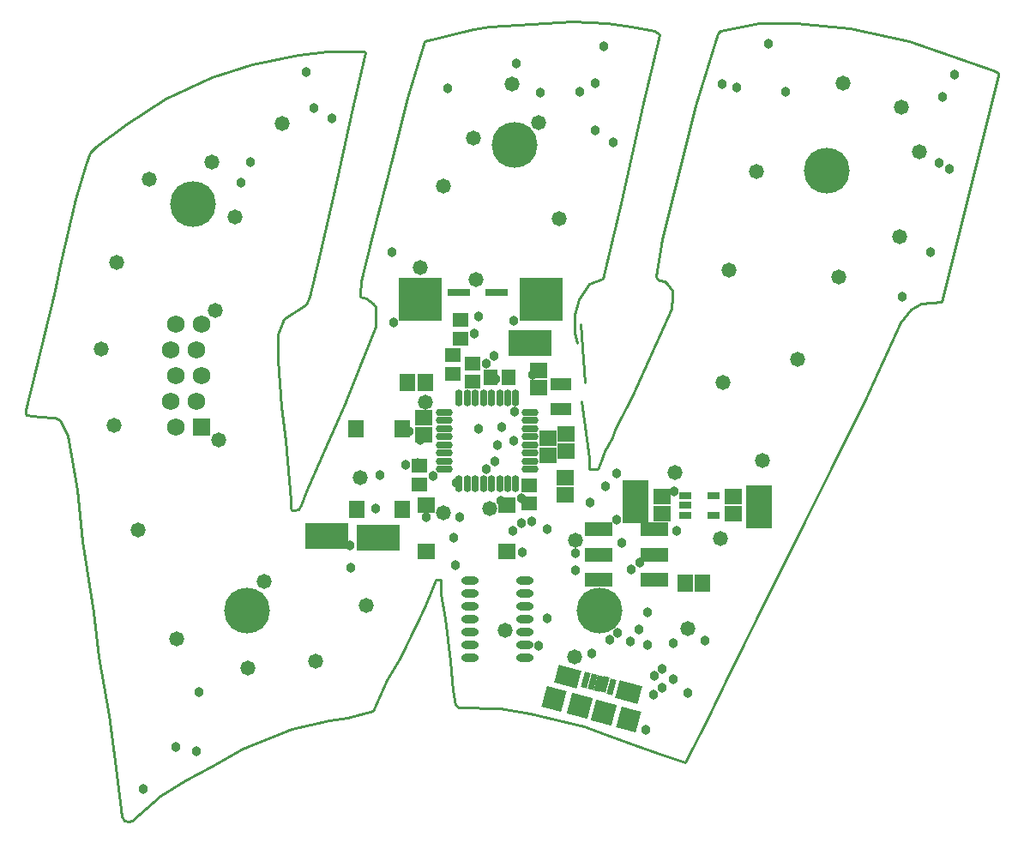
<source format=gbs>
G04*
G04 #@! TF.GenerationSoftware,Altium Limited,Altium Designer,18.0.9 (584)*
G04*
G04 Layer_Color=16711935*
%FSLAX25Y25*%
%MOIN*%
G70*
G01*
G75*
%ADD10C,0.01000*%
%ADD56R,0.05918X0.06706*%
%ADD57R,0.06706X0.05918*%
%ADD70R,0.06800X0.06800*%
%ADD71C,0.06800*%
%ADD72C,0.03800*%
%ADD73C,0.05800*%
%ADD84R,0.16535X0.10236*%
%ADD85R,0.10236X0.16535*%
%ADD99R,0.07887X0.04737*%
%ADD100R,0.06902X0.05918*%
%ADD101R,0.05918X0.06902*%
%ADD102R,0.04737X0.03162*%
%ADD103R,0.10642X0.05524*%
%ADD104R,0.06312X0.05524*%
%ADD105R,0.05524X0.06312*%
%ADD106R,0.16548X0.16548*%
G04:AMPARAMS|DCode=107|XSize=23.75mil|YSize=61.15mil|CornerRadius=0mil|HoleSize=0mil|Usage=FLASHONLY|Rotation=165.000|XOffset=0mil|YOffset=0mil|HoleType=Round|Shape=Rectangle|*
%AMROTATEDRECTD107*
4,1,4,0.01938,0.02646,0.00356,-0.03261,-0.01938,-0.02646,-0.00356,0.03261,0.01938,0.02646,0.0*
%
%ADD107ROTATEDRECTD107*%

G04:AMPARAMS|DCode=108|XSize=90.68mil|YSize=70.99mil|CornerRadius=0mil|HoleSize=0mil|Usage=FLASHONLY|Rotation=165.000|XOffset=0mil|YOffset=0mil|HoleType=Round|Shape=Rectangle|*
%AMROTATEDRECTD108*
4,1,4,0.05298,0.02255,0.03461,-0.04602,-0.05298,-0.02255,-0.03461,0.04602,0.05298,0.02255,0.0*
%
%ADD108ROTATEDRECTD108*%

G04:AMPARAMS|DCode=109|XSize=78.87mil|YSize=82.8mil|CornerRadius=0mil|HoleSize=0mil|Usage=FLASHONLY|Rotation=165.000|XOffset=0mil|YOffset=0mil|HoleType=Round|Shape=Rectangle|*
%AMROTATEDRECTD109*
4,1,4,0.04881,0.02979,0.02737,-0.05020,-0.04881,-0.02979,-0.02737,0.05020,0.04881,0.02979,0.0*
%
%ADD109ROTATEDRECTD109*%

%ADD110P,0.11710X4X210.0*%
%ADD111R,0.08674X0.03162*%
%ADD112O,0.06706X0.03162*%
%ADD113O,0.06509X0.02965*%
%ADD114O,0.02965X0.06509*%
%ADD115C,0.17800*%
D10*
X418200Y351247D02*
X419700Y328747D01*
X542500Y352000D02*
X546500Y357000D01*
X311500Y286500D02*
X317500Y300000D01*
X306000Y194000D02*
X320500Y197500D01*
X230000Y420500D02*
X241500Y429000D01*
X337500Y201000D02*
X343000Y213000D01*
X214000Y315000D02*
X216000Y314000D01*
X313000Y362000D02*
X316500Y377500D01*
X446000Y340500D02*
X453500Y357500D01*
X450000Y184000D02*
X456000Y182000D01*
X427000Y369000D02*
X434000Y398500D01*
X450000Y384500D02*
X463000Y436500D01*
X416000Y348000D02*
X417000Y344000D01*
X231000Y222000D02*
X235000Y199500D01*
X431500Y310500D02*
X438500Y324000D01*
X472500Y465500D02*
X487500Y468500D01*
X290500Y452500D02*
X308500Y456000D01*
X417500Y361000D02*
X421500Y367000D01*
X333000Y336500D02*
X338500Y350500D01*
X427500Y192000D02*
X438500Y188000D01*
X308500Y279500D02*
X309500Y281000D01*
X398500Y200000D02*
X419500Y195000D01*
X329000Y432500D02*
X334000Y454000D01*
X357500Y241500D02*
X361000Y249500D01*
X222500Y287000D02*
X224500Y267000D01*
X257000Y439000D02*
X275000Y447500D01*
X456000Y182000D02*
X459000Y181000D01*
X502000Y468500D02*
X523000Y466500D01*
X453500Y357500D02*
X454000Y362000D01*
X546000Y461500D02*
X578500Y450000D01*
X438500Y324000D02*
X446000Y340500D01*
X415000Y469000D02*
X428500Y468500D01*
X216000Y374500D02*
X222000Y400000D01*
X419500Y195000D02*
X427500Y192000D01*
X471500Y464500D02*
X472500Y465500D01*
X416000Y355000D02*
X417500Y361000D01*
X287000Y186500D02*
X306000Y194000D01*
X242500Y158000D02*
X244000Y158500D01*
X224500Y267000D02*
X229000Y239500D01*
X300500Y337500D02*
Y347500D01*
X383000Y467000D02*
X415000Y469000D01*
X428500Y468500D02*
X438000Y467000D01*
X334000Y457500D02*
X334500Y457000D01*
X528500Y321500D02*
X542500Y352000D01*
X303000Y353500D02*
X311500Y359000D01*
X215000Y369500D02*
X216000Y374500D01*
X426000Y297500D02*
X427500Y302000D01*
X448500Y462500D02*
X449000Y464000D01*
X345000Y415500D02*
X351000Y439500D01*
X332500Y362000D02*
X335000Y361500D01*
X255000Y168000D02*
X264500Y174000D01*
X275000Y447500D02*
X290500Y452500D01*
X208000Y315500D02*
X214000Y315000D01*
X241000Y158500D02*
X242500Y158000D01*
X303500Y306000D02*
X305500Y283000D01*
X244000Y158500D02*
X255000Y168000D01*
X448000Y369000D02*
X449000Y368500D01*
X523000Y466500D02*
X546000Y461500D01*
X274500Y179500D02*
X287000Y186500D01*
X454000Y362000D02*
Y364500D01*
X367500Y220500D02*
X368500Y209000D01*
X429000Y304500D02*
X430500Y307500D01*
X264500Y174000D02*
X274500Y179500D01*
X447500Y370000D02*
X450000Y384500D01*
X354500Y235000D02*
X357500Y241500D01*
X365500Y237000D02*
X367500Y220500D01*
X452000Y367000D02*
X454000Y364500D01*
X421500Y367000D02*
X427000Y369000D01*
X416000Y348000D02*
Y355000D01*
X580500Y448000D02*
Y449000D01*
X447500Y370000D02*
X448000Y369000D01*
X427500Y302000D02*
X429000Y304500D01*
X222000Y400000D02*
X226000Y413500D01*
X449000Y368500D02*
X451000Y368000D01*
X337500Y359500D02*
X338500Y358000D01*
X558500Y360000D02*
X580500Y448000D01*
X322500Y403500D02*
X329000Y432500D01*
X311500Y359000D02*
X313000Y362000D01*
X219000Y308000D02*
X222500Y287000D01*
X387000Y202000D02*
X398500Y200000D01*
X308500Y456000D02*
X320000Y457500D01*
X421500Y295000D02*
Y299500D01*
X227500Y418000D02*
X230000Y420500D01*
X463000Y436500D02*
X471500Y464500D01*
X376500Y466000D02*
X383000Y467000D01*
X487500Y468500D02*
X502000D01*
X425000Y295000D02*
X426000Y297500D01*
X334000Y454000D02*
X334500Y457000D01*
X213500Y363000D02*
X215000Y369500D01*
X362000Y252000D02*
X364000D01*
X430500Y307500D02*
X431500Y310500D01*
X332500Y363000D02*
X333000Y368000D01*
X203000Y316000D02*
X208000Y315500D01*
X459000Y181000D02*
X467500Y198000D01*
X476000Y215500D02*
X492500Y249000D01*
X528500Y321500D01*
X451000Y368000D02*
X452000Y367000D01*
X226000Y413500D02*
X227500Y418000D01*
X240000Y160000D02*
X241000Y158500D01*
X241500Y429000D02*
X257000Y439000D01*
X316500Y377500D02*
X322500Y403500D01*
X237500Y179000D02*
X240000Y160000D01*
X320500Y197500D02*
X327500Y198500D01*
X467500Y198000D02*
X476000Y215500D01*
X438500Y188000D02*
X450000Y184000D01*
X333000Y368000D02*
X337000Y384500D01*
X302000Y319500D02*
X303500Y306000D01*
X364000Y246500D02*
Y252000D01*
X421500Y295000D02*
X425000D01*
X335000Y361500D02*
X337500Y359500D01*
X202500Y316500D02*
Y318000D01*
X578500Y450000D02*
X580500Y449000D01*
X368500Y209000D02*
X369500Y203500D01*
X338500Y350500D02*
Y358000D01*
X438500Y419500D02*
X442500Y437500D01*
X357500Y461500D02*
X376500Y466000D01*
X235000Y199500D02*
X237500Y179000D01*
X550500Y359500D02*
X558500Y360000D01*
X206500Y334500D02*
X213500Y363000D01*
X369500Y203500D02*
X371000Y202500D01*
X202500Y318000D02*
X206500Y334500D01*
X320000Y457500D02*
X334000D01*
X447000Y465500D02*
X449000Y464000D01*
X361000Y249500D02*
X362000Y252000D01*
X300500Y337500D02*
X302000Y319500D01*
X364000Y246500D02*
X365500Y237000D01*
X229000Y239500D02*
X231000Y222000D01*
X418500Y321500D02*
X421500Y299500D01*
X343000Y213000D02*
X348000Y221500D01*
X351000Y439500D02*
X357500Y461500D01*
X305500Y280000D02*
Y283000D01*
X327500Y198500D02*
X337500Y201000D01*
X442500Y437500D02*
X448500Y462500D01*
X317500Y300000D02*
X326500Y320500D01*
X434000Y398500D02*
X438500Y419500D01*
X300500Y347500D02*
X303000Y353500D01*
X307000Y279000D02*
X308500Y279500D01*
X202500Y316500D02*
X203000Y316000D01*
X337000Y384500D02*
X345000Y415500D01*
X309500Y281000D02*
X311500Y286500D01*
X371000Y202500D02*
X387000Y202000D01*
X348000Y221500D02*
X354500Y235000D01*
X546500Y357000D02*
X550500Y359500D01*
X332500Y362000D02*
Y363000D01*
X305500Y280000D02*
X306000Y279000D01*
X216000Y314000D02*
X219000Y308000D01*
X438000Y467000D02*
X447000Y465500D01*
X306000Y279000D02*
X307000D01*
X326500Y320500D02*
X333000Y336500D01*
D56*
X458787Y250602D02*
D03*
X465480D02*
D03*
X351007Y328800D02*
D03*
X357700D02*
D03*
D57*
X412147Y291616D02*
D03*
Y284923D02*
D03*
X405400Y307193D02*
D03*
Y300500D02*
D03*
X357100Y308254D02*
D03*
Y314946D02*
D03*
X402000Y333346D02*
D03*
Y326654D02*
D03*
X412600Y302054D02*
D03*
Y308746D02*
D03*
X477413Y284260D02*
D03*
Y277567D02*
D03*
X449912D02*
D03*
Y284260D02*
D03*
D70*
X270700Y311400D02*
D03*
D71*
X260700D02*
D03*
X268700Y321400D02*
D03*
X258700D02*
D03*
X270700Y331400D02*
D03*
X260700D02*
D03*
X268700Y341400D02*
D03*
X258700D02*
D03*
X270700Y351400D02*
D03*
X260700D02*
D03*
D72*
X416100Y255600D02*
D03*
X385700Y304500D02*
D03*
X387400Y311500D02*
D03*
X378400Y310637D02*
D03*
X387200Y282600D02*
D03*
X395200Y283800D02*
D03*
X405200Y271600D02*
D03*
X360800Y292200D02*
D03*
X392100Y306100D02*
D03*
X381600Y295000D02*
D03*
X395300Y274000D02*
D03*
X399300Y274700D02*
D03*
X392000Y270900D02*
D03*
X370000Y289700D02*
D03*
X350100Y296700D02*
D03*
X351600Y309600D02*
D03*
X384900Y298100D02*
D03*
X355700Y306300D02*
D03*
X371200Y276500D02*
D03*
X395400Y262600D02*
D03*
X392500Y317300D02*
D03*
X399400Y331800D02*
D03*
X384500Y338898D02*
D03*
X381400Y336100D02*
D03*
X385281Y330049D02*
D03*
X432600Y231500D02*
D03*
X429600Y228700D02*
D03*
X422400Y223400D02*
D03*
X440700Y232600D02*
D03*
X444100Y226700D02*
D03*
X444300Y239200D02*
D03*
X446750Y214700D02*
D03*
X454200Y213300D02*
D03*
X454130Y227352D02*
D03*
X449820Y217400D02*
D03*
X417700Y441600D02*
D03*
X402500Y441400D02*
D03*
X338400Y279800D02*
D03*
X340100Y292600D02*
D03*
X355000Y297300D02*
D03*
X378505Y354306D02*
D03*
X392209Y352791D02*
D03*
X377000Y347600D02*
D03*
X421988Y282083D02*
D03*
X428000Y288300D02*
D03*
X446625Y207378D02*
D03*
X450000Y210000D02*
D03*
X460000Y207900D02*
D03*
X454400Y286300D02*
D03*
X358200Y276400D02*
D03*
X443400Y193800D02*
D03*
X437400Y227900D02*
D03*
X466400Y228500D02*
D03*
X438000Y256100D02*
D03*
X441100Y258800D02*
D03*
X401953Y226239D02*
D03*
X405200Y236900D02*
D03*
X423900Y426800D02*
D03*
X423800Y445000D02*
D03*
X430700Y422000D02*
D03*
X314600Y435200D02*
D03*
X289700Y414500D02*
D03*
X557600Y413900D02*
D03*
X563500Y448200D02*
D03*
X558700Y439600D02*
D03*
X561400Y411700D02*
D03*
X434200Y266500D02*
D03*
X432300Y275300D02*
D03*
Y293300D02*
D03*
X455500Y270900D02*
D03*
X416100Y262300D02*
D03*
X369500Y257700D02*
D03*
X369000Y268500D02*
D03*
X328900Y256800D02*
D03*
X328632Y265506D02*
D03*
X497700Y441600D02*
D03*
X478800Y443400D02*
D03*
X286200Y406400D02*
D03*
X269700Y208400D02*
D03*
X260700Y186944D02*
D03*
X554100Y379400D02*
D03*
X543170Y362130D02*
D03*
X491300Y460200D02*
D03*
X473100Y444700D02*
D03*
X427100Y459200D02*
D03*
X393200Y452800D02*
D03*
X366400Y442900D02*
D03*
X344700Y379200D02*
D03*
X345500Y352100D02*
D03*
X321600Y431400D02*
D03*
X311400Y449300D02*
D03*
X248300Y170700D02*
D03*
X268900Y185400D02*
D03*
D73*
X383000Y279700D02*
D03*
X364900Y278000D02*
D03*
X416200Y267300D02*
D03*
X332543Y291765D02*
D03*
X377500Y368800D02*
D03*
X459800Y233000D02*
D03*
X454900Y293800D02*
D03*
X357907Y320907D02*
D03*
X415800Y222100D02*
D03*
X388700Y232300D02*
D03*
X472600Y268000D02*
D03*
X502600Y337700D02*
D03*
X518500Y369700D02*
D03*
X542300Y385203D02*
D03*
X549800Y418400D02*
D03*
X543000Y435600D02*
D03*
X520200Y445000D02*
D03*
X486500Y410700D02*
D03*
X475700Y372300D02*
D03*
X473600Y328600D02*
D03*
X488800Y298450D02*
D03*
X409900Y392200D02*
D03*
X401900Y429860D02*
D03*
X391400Y444600D02*
D03*
X376400Y423800D02*
D03*
X364700Y404900D02*
D03*
X356000Y373200D02*
D03*
X237700Y375400D02*
D03*
X231700Y341536D02*
D03*
X250447Y407800D02*
D03*
X276200Y356600D02*
D03*
X283800Y392900D02*
D03*
X274800Y414376D02*
D03*
X302300Y429200D02*
D03*
X295100Y251400D02*
D03*
X334800Y241900D02*
D03*
X315300Y220259D02*
D03*
X289000Y217600D02*
D03*
X261100Y228900D02*
D03*
X277600Y306200D02*
D03*
X237000Y312100D02*
D03*
X246332Y271500D02*
D03*
D84*
X319500Y269000D02*
D03*
X339400Y268500D02*
D03*
X398500Y344100D02*
D03*
D85*
X487666Y280260D02*
D03*
X439659Y282260D02*
D03*
D99*
X410500Y318200D02*
D03*
Y328043D02*
D03*
D100*
X358300Y262900D02*
D03*
X389599Y263183D02*
D03*
X358300Y280900D02*
D03*
X389599D02*
D03*
D101*
X330900Y310550D02*
D03*
X331184Y279250D02*
D03*
X348900Y310550D02*
D03*
Y279250D02*
D03*
D102*
X469713Y277160D02*
D03*
Y284640D02*
D03*
X458887D02*
D03*
Y280900D02*
D03*
Y277160D02*
D03*
D103*
X425273Y251958D02*
D03*
Y261800D02*
D03*
Y271642D02*
D03*
X446927Y251958D02*
D03*
Y261800D02*
D03*
Y271642D02*
D03*
D104*
X371400Y345857D02*
D03*
Y352943D02*
D03*
X376300Y336187D02*
D03*
Y329100D02*
D03*
X398200Y288743D02*
D03*
Y281657D02*
D03*
X355400Y289157D02*
D03*
Y296243D02*
D03*
X368400Y339243D02*
D03*
Y332157D02*
D03*
D105*
X383057Y330700D02*
D03*
X390143D02*
D03*
D106*
X403000Y361000D02*
D03*
X355756Y361000D02*
D03*
D107*
X430129Y210522D02*
D03*
X427600Y211200D02*
D03*
X425185Y211847D02*
D03*
X422713Y212509D02*
D03*
X420241Y213172D02*
D03*
D108*
X436847Y208213D02*
D03*
X413269Y214530D02*
D03*
D109*
X436910Y197802D02*
D03*
X408009Y205546D02*
D03*
D110*
X427023Y200452D02*
D03*
X417896Y202897D02*
D03*
D111*
X385464Y363800D02*
D03*
X370700D02*
D03*
D112*
X396500Y251700D02*
D03*
Y246700D02*
D03*
Y241700D02*
D03*
Y236700D02*
D03*
Y231700D02*
D03*
Y226700D02*
D03*
Y221700D02*
D03*
X375240Y251700D02*
D03*
Y246700D02*
D03*
Y241700D02*
D03*
Y236700D02*
D03*
Y231700D02*
D03*
Y226700D02*
D03*
Y221700D02*
D03*
D113*
X398600Y317048D02*
D03*
Y313898D02*
D03*
Y310749D02*
D03*
Y307599D02*
D03*
Y304450D02*
D03*
Y301300D02*
D03*
Y298150D02*
D03*
Y295001D02*
D03*
X365332D02*
D03*
Y298150D02*
D03*
Y301300D02*
D03*
Y304450D02*
D03*
Y307599D02*
D03*
Y310749D02*
D03*
Y313898D02*
D03*
Y317048D02*
D03*
D114*
X392990Y289390D02*
D03*
X389840D02*
D03*
X386690D02*
D03*
X383541D02*
D03*
X380391D02*
D03*
X377242D02*
D03*
X374092D02*
D03*
X370942D02*
D03*
Y322658D02*
D03*
X374092D02*
D03*
X377242D02*
D03*
X380391D02*
D03*
X383541D02*
D03*
X386690D02*
D03*
X389840D02*
D03*
X392990D02*
D03*
D115*
X288500Y240000D02*
D03*
X267500Y398000D02*
D03*
X425500Y240000D02*
D03*
X514000Y411000D02*
D03*
X392500Y421000D02*
D03*
M02*

</source>
